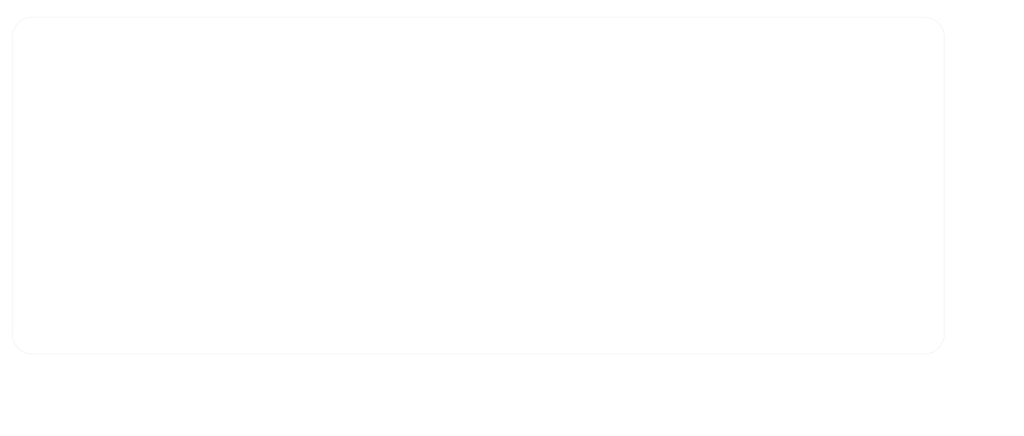
<source format=kicad_pcb>
(kicad_pcb (version 20171130) (host pcbnew "(5.1.10)-1")

  (general
    (thickness 1.6)
    (drawings 12)
    (tracks 0)
    (zones 0)
    (modules 16)
    (nets 2)
  )

  (page A4)
  (layers
    (0 F.Cu signal)
    (31 B.Cu signal)
    (32 B.Adhes user)
    (33 F.Adhes user)
    (34 B.Paste user)
    (35 F.Paste user)
    (36 B.SilkS user)
    (37 F.SilkS user)
    (38 B.Mask user)
    (39 F.Mask user)
    (40 Dwgs.User user)
    (41 Cmts.User user)
    (42 Eco1.User user)
    (43 Eco2.User user)
    (44 Edge.Cuts user)
    (45 Margin user)
    (46 B.CrtYd user)
    (47 F.CrtYd user)
    (48 B.Fab user)
    (49 F.Fab user)
  )

  (setup
    (last_trace_width 0.25)
    (user_trace_width 0.5)
    (trace_clearance 0.2)
    (zone_clearance 0.508)
    (zone_45_only no)
    (trace_min 0.2)
    (via_size 0.8)
    (via_drill 0.4)
    (via_min_size 0.4)
    (via_min_drill 0.3)
    (uvia_size 0.3)
    (uvia_drill 0.1)
    (uvias_allowed no)
    (uvia_min_size 0.2)
    (uvia_min_drill 0.1)
    (edge_width 0.05)
    (segment_width 0.2)
    (pcb_text_width 0.3)
    (pcb_text_size 1.5 1.5)
    (mod_edge_width 0.12)
    (mod_text_size 1 1)
    (mod_text_width 0.15)
    (pad_size 2.2 2.2)
    (pad_drill 2.2)
    (pad_to_mask_clearance 0)
    (aux_axis_origin 51.435 126.365)
    (visible_elements 7FFFFFFF)
    (pcbplotparams
      (layerselection 0x010fc_ffffffff)
      (usegerberextensions false)
      (usegerberattributes true)
      (usegerberadvancedattributes true)
      (creategerberjobfile true)
      (excludeedgelayer true)
      (linewidth 0.100000)
      (plotframeref false)
      (viasonmask false)
      (mode 1)
      (useauxorigin false)
      (hpglpennumber 1)
      (hpglpenspeed 20)
      (hpglpendiameter 15.000000)
      (psnegative false)
      (psa4output false)
      (plotreference true)
      (plotvalue true)
      (plotinvisibletext false)
      (padsonsilk false)
      (subtractmaskfromsilk false)
      (outputformat 1)
      (mirror false)
      (drillshape 0)
      (scaleselection 1)
      (outputdirectory "gerbers/"))
  )

  (net 0 "")
  (net 1 GND)

  (net_class Default "This is the default net class."
    (clearance 0.2)
    (trace_width 0.25)
    (via_dia 0.8)
    (via_drill 0.4)
    (uvia_dia 0.3)
    (uvia_drill 0.1)
  )

  (module MountingHole:MountingHole_2.2mm_M2 (layer F.Cu) (tedit 56D1B4CB) (tstamp 61321C55)
    (at 280.035 88.265)
    (descr "Mounting Hole 2.2mm, no annular, M2")
    (tags "mounting hole 2.2mm no annular m2")
    (path /64B041F1)
    (attr virtual)
    (fp_text reference H16 (at 0 -3.2) (layer F.SilkS) hide
      (effects (font (size 1 1) (thickness 0.15)))
    )
    (fp_text value MountingHole (at 0 3.2) (layer F.Fab)
      (effects (font (size 1 1) (thickness 0.15)))
    )
    (fp_circle (center 0 0) (end 2.2 0) (layer Cmts.User) (width 0.15))
    (fp_circle (center 0 0) (end 2.45 0) (layer F.CrtYd) (width 0.05))
    (fp_text user %R (at 0.3 0) (layer F.Fab)
      (effects (font (size 1 1) (thickness 0.15)))
    )
    (pad 1 np_thru_hole circle (at 0 0) (size 2.2 2.2) (drill 2.2) (layers *.Cu *.Mask))
  )

  (module MountingHole:MountingHole_2.2mm_M2 (layer F.Cu) (tedit 56D1B4CB) (tstamp 61322A53)
    (at 241.935 126.365)
    (descr "Mounting Hole 2.2mm, no annular, M2")
    (tags "mounting hole 2.2mm no annular m2")
    (path /64B041D3)
    (attr virtual)
    (fp_text reference H15 (at 0 -3.2) (layer F.SilkS) hide
      (effects (font (size 1 1) (thickness 0.15)))
    )
    (fp_text value MountingHole (at 0 3.2) (layer F.Fab)
      (effects (font (size 1 1) (thickness 0.15)))
    )
    (fp_circle (center 0 0) (end 2.2 0) (layer Cmts.User) (width 0.15))
    (fp_circle (center 0 0) (end 2.45 0) (layer F.CrtYd) (width 0.05))
    (fp_text user %R (at 0.3 0) (layer F.Fab)
      (effects (font (size 1 1) (thickness 0.15)))
    )
    (pad 1 np_thru_hole circle (at 0 0) (size 2.2 2.2) (drill 2.2) (layers *.Cu *.Mask))
  )

  (module MountingHole:MountingHole_2.2mm_M2 (layer F.Cu) (tedit 56D1B4CB) (tstamp 61321C45)
    (at 165.735 126.365)
    (descr "Mounting Hole 2.2mm, no annular, M2")
    (tags "mounting hole 2.2mm no annular m2")
    (path /64B041C9)
    (attr virtual)
    (fp_text reference H14 (at 0 -3.2) (layer F.SilkS) hide
      (effects (font (size 1 1) (thickness 0.15)))
    )
    (fp_text value MountingHole (at 0 3.2) (layer F.Fab)
      (effects (font (size 1 1) (thickness 0.15)))
    )
    (fp_circle (center 0 0) (end 2.2 0) (layer Cmts.User) (width 0.15))
    (fp_circle (center 0 0) (end 2.45 0) (layer F.CrtYd) (width 0.05))
    (fp_text user %R (at 0.3 0) (layer F.Fab)
      (effects (font (size 1 1) (thickness 0.15)))
    )
    (pad 1 np_thru_hole circle (at 0 0) (size 2.2 2.2) (drill 2.2) (layers *.Cu *.Mask))
  )

  (module MountingHole:MountingHole_2.2mm_M2 (layer F.Cu) (tedit 56D1B4CB) (tstamp 61321C3D)
    (at 89.535 126.365)
    (descr "Mounting Hole 2.2mm, no annular, M2")
    (tags "mounting hole 2.2mm no annular m2")
    (path /64B0301B)
    (attr virtual)
    (fp_text reference H13 (at 69.85 40.005) (layer F.SilkS) hide
      (effects (font (size 1 1) (thickness 0.15)))
    )
    (fp_text value MountingHole (at 0 3.2) (layer F.Fab)
      (effects (font (size 1 1) (thickness 0.15)))
    )
    (fp_circle (center 0 0) (end 2.2 0) (layer Cmts.User) (width 0.15))
    (fp_circle (center 0 0) (end 2.45 0) (layer F.CrtYd) (width 0.05))
    (fp_text user %R (at 0.3 0) (layer F.Fab)
      (effects (font (size 1 1) (thickness 0.15)))
    )
    (pad 1 np_thru_hole circle (at 0 0) (size 2.2 2.2) (drill 2.2) (layers *.Cu *.Mask))
  )

  (module MountingHole:MountingHole_2.2mm_M2 (layer F.Cu) (tedit 56D1B4CB) (tstamp 61321C35)
    (at 241.935 50.165)
    (descr "Mounting Hole 2.2mm, no annular, M2")
    (tags "mounting hole 2.2mm no annular m2")
    (path /64B041E7)
    (attr virtual)
    (fp_text reference H12 (at 0 -3.2) (layer F.SilkS) hide
      (effects (font (size 1 1) (thickness 0.15)))
    )
    (fp_text value MountingHole (at 0 3.2) (layer F.Fab)
      (effects (font (size 1 1) (thickness 0.15)))
    )
    (fp_circle (center 0 0) (end 2.2 0) (layer Cmts.User) (width 0.15))
    (fp_circle (center 0 0) (end 2.45 0) (layer F.CrtYd) (width 0.05))
    (fp_text user %R (at 0.3 0) (layer F.Fab)
      (effects (font (size 1 1) (thickness 0.15)))
    )
    (pad 1 np_thru_hole circle (at 0 0) (size 2.2 2.2) (drill 2.2) (layers *.Cu *.Mask))
  )

  (module MountingHole:MountingHole_2.2mm_M2 (layer F.Cu) (tedit 612D8C21) (tstamp 61321C2D)
    (at 165.735 50.165)
    (descr "Mounting Hole 2.2mm, no annular, M2")
    (tags "mounting hole 2.2mm no annular m2")
    (path /64B041DD)
    (attr virtual)
    (fp_text reference H11 (at 0 -3.2) (layer F.SilkS) hide
      (effects (font (size 1 1) (thickness 0.15)))
    )
    (fp_text value MountingHole (at 0 3.2) (layer F.Fab)
      (effects (font (size 1 1) (thickness 0.15)))
    )
    (fp_circle (center 0 0) (end 2.2 0) (layer Cmts.User) (width 0.15))
    (fp_circle (center 0 0) (end 2.45 0) (layer F.CrtYd) (width 0.05))
    (fp_text user %R (at 0.3 0) (layer F.Fab)
      (effects (font (size 1 1) (thickness 0.15)))
    )
    (pad "" np_thru_hole circle (at 0 0) (size 2.2 2.2) (drill 2.2) (layers *.Cu *.Mask))
  )

  (module MountingHole:MountingHole_2.2mm_M2 (layer F.Cu) (tedit 56D1B4CB) (tstamp 613229BD)
    (at 89.535 50.165)
    (descr "Mounting Hole 2.2mm, no annular, M2")
    (tags "mounting hole 2.2mm no annular m2")
    (path /64B041BF)
    (attr virtual)
    (fp_text reference H10 (at 0 -3.2) (layer F.SilkS) hide
      (effects (font (size 1 1) (thickness 0.15)))
    )
    (fp_text value MountingHole (at 0 3.2) (layer F.Fab)
      (effects (font (size 1 1) (thickness 0.15)))
    )
    (fp_circle (center 0 0) (end 2.2 0) (layer Cmts.User) (width 0.15))
    (fp_circle (center 0 0) (end 2.45 0) (layer F.CrtYd) (width 0.05))
    (fp_text user %R (at 0.3 0) (layer F.Fab)
      (effects (font (size 1 1) (thickness 0.15)))
    )
    (pad 1 np_thru_hole circle (at 0 0) (size 2.2 2.2) (drill 2.2) (layers *.Cu *.Mask))
  )

  (module MountingHole:MountingHole_2.2mm_M2 (layer F.Cu) (tedit 56D1B4CB) (tstamp 61321C1D)
    (at 51.435 88.265)
    (descr "Mounting Hole 2.2mm, no annular, M2")
    (tags "mounting hole 2.2mm no annular m2")
    (path /64B041B5)
    (attr virtual)
    (fp_text reference H9 (at 0 -3.2) (layer F.SilkS) hide
      (effects (font (size 1 1) (thickness 0.15)))
    )
    (fp_text value MountingHole (at 0 3.2) (layer F.Fab)
      (effects (font (size 1 1) (thickness 0.15)))
    )
    (fp_circle (center 0 0) (end 2.2 0) (layer Cmts.User) (width 0.15))
    (fp_circle (center 0 0) (end 2.45 0) (layer F.CrtYd) (width 0.05))
    (fp_text user %R (at 0.3 0) (layer F.Fab)
      (effects (font (size 1 1) (thickness 0.15)))
    )
    (pad 1 np_thru_hole circle (at 0 0) (size 2.2 2.2) (drill 2.2) (layers *.Cu *.Mask))
  )

  (module MountingHole:MountingHole_2.2mm_M2 (layer F.Cu) (tedit 56D1B4CB) (tstamp 612EAB2F)
    (at 280.035 126.365)
    (descr "Mounting Hole 2.2mm, no annular, M2")
    (tags "mounting hole 2.2mm no annular m2")
    (path /618A50EB)
    (attr virtual)
    (fp_text reference H8 (at 0 -3.2) (layer F.SilkS) hide
      (effects (font (size 1 1) (thickness 0.15)))
    )
    (fp_text value MountingHole (at 0 3.2) (layer F.Fab)
      (effects (font (size 1 1) (thickness 0.15)))
    )
    (fp_circle (center 0 0) (end 2.2 0) (layer Cmts.User) (width 0.15))
    (fp_circle (center 0 0) (end 2.45 0) (layer F.CrtYd) (width 0.05))
    (fp_text user %R (at 0.3 0) (layer F.Fab)
      (effects (font (size 1 1) (thickness 0.15)))
    )
    (pad 1 np_thru_hole circle (at 0 0) (size 2.2 2.2) (drill 2.2) (layers *.Cu *.Mask))
  )

  (module MountingHole:MountingHole_2.2mm_M2 (layer F.Cu) (tedit 56D1B4CB) (tstamp 612EAB27)
    (at 203.835 126.365)
    (descr "Mounting Hole 2.2mm, no annular, M2")
    (tags "mounting hole 2.2mm no annular m2")
    (path /618A50E1)
    (attr virtual)
    (fp_text reference H4 (at 0 -3.2) (layer F.SilkS) hide
      (effects (font (size 1 1) (thickness 0.15)))
    )
    (fp_text value MountingHole (at 0 3.2) (layer F.Fab)
      (effects (font (size 1 1) (thickness 0.15)))
    )
    (fp_circle (center 0 0) (end 2.2 0) (layer Cmts.User) (width 0.15))
    (fp_circle (center 0 0) (end 2.45 0) (layer F.CrtYd) (width 0.05))
    (fp_text user %R (at 0.3 0) (layer F.Fab)
      (effects (font (size 1 1) (thickness 0.15)))
    )
    (pad 1 np_thru_hole circle (at 0 0) (size 2.2 2.2) (drill 2.2) (layers *.Cu *.Mask))
  )

  (module MountingHole:MountingHole_2.2mm_M2 (layer F.Cu) (tedit 56D1B4CB) (tstamp 612EAB1F)
    (at 127.635 126.365)
    (descr "Mounting Hole 2.2mm, no annular, M2")
    (tags "mounting hole 2.2mm no annular m2")
    (path /618A40B1)
    (attr virtual)
    (fp_text reference H7 (at 0 -3.2) (layer F.SilkS) hide
      (effects (font (size 1 1) (thickness 0.15)))
    )
    (fp_text value MountingHole (at 0 3.2) (layer F.Fab)
      (effects (font (size 1 1) (thickness 0.15)))
    )
    (fp_circle (center 0 0) (end 2.2 0) (layer Cmts.User) (width 0.15))
    (fp_circle (center 0 0) (end 2.45 0) (layer F.CrtYd) (width 0.05))
    (fp_text user %R (at 0.3 0) (layer F.Fab)
      (effects (font (size 1 1) (thickness 0.15)))
    )
    (pad 1 np_thru_hole circle (at 0 0) (size 2.2 2.2) (drill 2.2) (layers *.Cu *.Mask))
  )

  (module MountingHole:MountingHole_2.2mm_M2 (layer F.Cu) (tedit 56D1B4CB) (tstamp 612EAB17)
    (at 51.435 126.365)
    (descr "Mounting Hole 2.2mm, no annular, M2")
    (tags "mounting hole 2.2mm no annular m2")
    (path /618A50D7)
    (attr virtual)
    (fp_text reference H3 (at 0 -3.2) (layer F.SilkS) hide
      (effects (font (size 1 1) (thickness 0.15)))
    )
    (fp_text value MountingHole (at 0 3.2) (layer F.Fab)
      (effects (font (size 1 1) (thickness 0.15)))
    )
    (fp_circle (center 0 0) (end 2.2 0) (layer Cmts.User) (width 0.15))
    (fp_circle (center 0 0) (end 2.45 0) (layer F.CrtYd) (width 0.05))
    (fp_text user %R (at 0.3 0) (layer F.Fab)
      (effects (font (size 1 1) (thickness 0.15)))
    )
    (pad 1 np_thru_hole circle (at 0 0) (size 2.2 2.2) (drill 2.2) (layers *.Cu *.Mask))
  )

  (module MountingHole:MountingHole_2.2mm_M2 (layer F.Cu) (tedit 56D1B4CB) (tstamp 612EAB0F)
    (at 280.035 50.165)
    (descr "Mounting Hole 2.2mm, no annular, M2")
    (tags "mounting hole 2.2mm no annular m2")
    (path /618A36C4)
    (attr virtual)
    (fp_text reference H6 (at 0 -3.2) (layer F.SilkS) hide
      (effects (font (size 1 1) (thickness 0.15)))
    )
    (fp_text value MountingHole (at 0 3.2) (layer F.Fab)
      (effects (font (size 1 1) (thickness 0.15)))
    )
    (fp_circle (center 0 0) (end 2.2 0) (layer Cmts.User) (width 0.15))
    (fp_circle (center 0 0) (end 2.45 0) (layer F.CrtYd) (width 0.05))
    (fp_text user %R (at 0.3 0) (layer F.Fab)
      (effects (font (size 1 1) (thickness 0.15)))
    )
    (pad 1 np_thru_hole circle (at 0 0) (size 2.2 2.2) (drill 2.2) (layers *.Cu *.Mask))
  )

  (module MountingHole:MountingHole_2.2mm_M2 (layer F.Cu) (tedit 56D1B4CB) (tstamp 61313BCB)
    (at 203.835 50.165)
    (descr "Mounting Hole 2.2mm, no annular, M2")
    (tags "mounting hole 2.2mm no annular m2")
    (path /618A3445)
    (attr virtual)
    (fp_text reference H2 (at 0 -3.2) (layer F.SilkS) hide
      (effects (font (size 1 1) (thickness 0.15)))
    )
    (fp_text value MountingHole (at 0 3.2) (layer F.Fab)
      (effects (font (size 1 1) (thickness 0.15)))
    )
    (fp_circle (center 0 0) (end 2.2 0) (layer Cmts.User) (width 0.15))
    (fp_circle (center 0 0) (end 2.45 0) (layer F.CrtYd) (width 0.05))
    (fp_text user %R (at 0.3 0) (layer F.Fab)
      (effects (font (size 1 1) (thickness 0.15)))
    )
    (pad 1 np_thru_hole circle (at 0 0) (size 2.2 2.2) (drill 2.2) (layers *.Cu *.Mask))
  )

  (module MountingHole:MountingHole_2.2mm_M2 (layer F.Cu) (tedit 56D1B4CB) (tstamp 612EAAFF)
    (at 127.635 50.165)
    (descr "Mounting Hole 2.2mm, no annular, M2")
    (tags "mounting hole 2.2mm no annular m2")
    (path /618A1E7B)
    (attr virtual)
    (fp_text reference H5 (at 0 -3.2) (layer F.SilkS) hide
      (effects (font (size 1 1) (thickness 0.15)))
    )
    (fp_text value MountingHole (at 0 3.2) (layer F.Fab)
      (effects (font (size 1 1) (thickness 0.15)))
    )
    (fp_circle (center 0 0) (end 2.2 0) (layer Cmts.User) (width 0.15))
    (fp_circle (center 0 0) (end 2.45 0) (layer F.CrtYd) (width 0.05))
    (fp_text user %R (at 0.3 0) (layer F.Fab)
      (effects (font (size 1 1) (thickness 0.15)))
    )
    (pad 1 np_thru_hole circle (at 0 0) (size 2.2 2.2) (drill 2.2) (layers *.Cu *.Mask))
  )

  (module MountingHole:MountingHole_2.2mm_M2 (layer F.Cu) (tedit 56D1B4CB) (tstamp 612EAAF7)
    (at 51.435 50.165)
    (descr "Mounting Hole 2.2mm, no annular, M2")
    (tags "mounting hole 2.2mm no annular m2")
    (path /618A31DD)
    (attr virtual)
    (fp_text reference H1 (at 0 -3.2) (layer F.SilkS) hide
      (effects (font (size 1 1) (thickness 0.15)))
    )
    (fp_text value MountingHole (at 0 3.2) (layer F.Fab)
      (effects (font (size 1 1) (thickness 0.15)))
    )
    (fp_circle (center 0 0) (end 2.2 0) (layer Cmts.User) (width 0.15))
    (fp_circle (center 0 0) (end 2.45 0) (layer F.CrtYd) (width 0.05))
    (fp_text user %R (at 0.3 0) (layer F.Fab)
      (effects (font (size 1 1) (thickness 0.15)))
    )
    (pad 1 np_thru_hole circle (at 0 0) (size 2.2 2.2) (drill 2.2) (layers *.Cu *.Mask))
  )

  (gr_arc (start 51.435 50.165) (end 51.435 45.085) (angle -90) (layer Edge.Cuts) (width 0.05))
  (gr_arc (start 280.035 50.165) (end 285.115 50.165) (angle -90) (layer Edge.Cuts) (width 0.05))
  (gr_arc (start 280.035 126.365) (end 280.035 131.445) (angle -90) (layer Edge.Cuts) (width 0.05))
  (gr_arc (start 51.435 126.365) (end 46.355 126.365) (angle -90) (layer Edge.Cuts) (width 0.05))
  (dimension 238.76 (width 0.15) (layer Dwgs.User) (tstamp 612F9ED0)
    (gr_text "238.760 mm" (at 165.735 153.065) (layer Dwgs.User) (tstamp 612F9ED0)
      (effects (font (size 1 1) (thickness 0.15)))
    )
    (feature1 (pts (xy 285.115 131.445) (xy 285.115 152.351421)))
    (feature2 (pts (xy 46.355 131.445) (xy 46.355 152.351421)))
    (crossbar (pts (xy 46.355 151.765) (xy 285.115 151.765)))
    (arrow1a (pts (xy 285.115 151.765) (xy 283.988496 152.351421)))
    (arrow1b (pts (xy 285.115 151.765) (xy 283.988496 151.178579)))
    (arrow2a (pts (xy 46.355 151.765) (xy 47.481504 152.351421)))
    (arrow2b (pts (xy 46.355 151.765) (xy 47.481504 151.178579)))
  )
  (dimension 86.36 (width 0.15) (layer Dwgs.User)
    (gr_text "86.360 mm" (at 304.195 88.265 270) (layer Dwgs.User)
      (effects (font (size 1 1) (thickness 0.15)))
    )
    (feature1 (pts (xy 285.115 131.445) (xy 303.481421 131.445)))
    (feature2 (pts (xy 285.115 45.085) (xy 303.481421 45.085)))
    (crossbar (pts (xy 302.895 45.085) (xy 302.895 131.445)))
    (arrow1a (pts (xy 302.895 131.445) (xy 302.308579 130.318496)))
    (arrow1b (pts (xy 302.895 131.445) (xy 303.481421 130.318496)))
    (arrow2a (pts (xy 302.895 45.085) (xy 302.308579 46.211504)))
    (arrow2b (pts (xy 302.895 45.085) (xy 303.481421 46.211504)))
  )
  (dimension 238.76 (width 0.15) (layer Dwgs.User)
    (gr_text "9.4000 in" (at 165.735 142.905) (layer Dwgs.User)
      (effects (font (size 1 1) (thickness 0.15)))
    )
    (feature1 (pts (xy 285.115 131.445) (xy 285.115 142.191421)))
    (feature2 (pts (xy 46.355 131.445) (xy 46.355 142.191421)))
    (crossbar (pts (xy 46.355 141.605) (xy 285.115 141.605)))
    (arrow1a (pts (xy 285.115 141.605) (xy 283.988496 142.191421)))
    (arrow1b (pts (xy 285.115 141.605) (xy 283.988496 141.018579)))
    (arrow2a (pts (xy 46.355 141.605) (xy 47.481504 142.191421)))
    (arrow2b (pts (xy 46.355 141.605) (xy 47.481504 141.018579)))
  )
  (dimension 86.36 (width 0.15) (layer Dwgs.User)
    (gr_text "3.4000 in" (at 296.575 88.265 270) (layer Dwgs.User)
      (effects (font (size 1 1) (thickness 0.15)))
    )
    (feature1 (pts (xy 285.115 131.445) (xy 295.861421 131.445)))
    (feature2 (pts (xy 285.115 45.085) (xy 295.861421 45.085)))
    (crossbar (pts (xy 295.275 45.085) (xy 295.275 131.445)))
    (arrow1a (pts (xy 295.275 131.445) (xy 294.688579 130.318496)))
    (arrow1b (pts (xy 295.275 131.445) (xy 295.861421 130.318496)))
    (arrow2a (pts (xy 295.275 45.085) (xy 294.688579 46.211504)))
    (arrow2b (pts (xy 295.275 45.085) (xy 295.861421 46.211504)))
  )
  (gr_line (start 46.355 50.165) (end 46.355 126.365) (layer Edge.Cuts) (width 0.05) (tstamp 612D5286))
  (gr_line (start 280.035 45.085) (end 51.435 45.085) (layer Edge.Cuts) (width 0.05))
  (gr_line (start 285.115 126.365) (end 285.115 50.165) (layer Edge.Cuts) (width 0.05))
  (gr_line (start 51.435 131.445) (end 280.035 131.445) (layer Edge.Cuts) (width 0.05))

  (zone (net 1) (net_name GND) (layer B.Cu) (tstamp 61315BEB) (hatch edge 0.508)
    (connect_pads (clearance 0.508))
    (min_thickness 0.254)
    (fill yes (arc_segments 32) (thermal_gap 0.508) (thermal_bridge_width 0.508))
    (polygon
      (pts
        (xy 289.56 134.62) (xy 43.18 134.62) (xy 43.18 43.18) (xy 289.56 43.18)
      )
    )
  )
  (zone (net 1) (net_name GND) (layer F.Cu) (tstamp 61315BE8) (hatch edge 0.508)
    (connect_pads (clearance 0.508))
    (min_thickness 0.254)
    (fill yes (arc_segments 32) (thermal_gap 0.508) (thermal_bridge_width 0.508))
    (polygon
      (pts
        (xy 287.02 137.16) (xy 45.72 139.7) (xy 45.72 40.64) (xy 287.02 40.64)
      )
    )
  )
)

</source>
